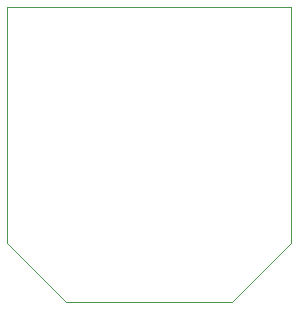
<source format=gbr>
%TF.GenerationSoftware,KiCad,Pcbnew,(5.1.8)-1*%
%TF.CreationDate,2021-11-11T12:40:01-05:00*%
%TF.ProjectId,Metal_flaw_sensor,4d657461-6c5f-4666-9c61-775f73656e73,rev?*%
%TF.SameCoordinates,Original*%
%TF.FileFunction,Profile,NP*%
%FSLAX46Y46*%
G04 Gerber Fmt 4.6, Leading zero omitted, Abs format (unit mm)*
G04 Created by KiCad (PCBNEW (5.1.8)-1) date 2021-11-11 12:40:01*
%MOMM*%
%LPD*%
G01*
G04 APERTURE LIST*
%TA.AperFunction,Profile*%
%ADD10C,0.050000*%
%TD*%
G04 APERTURE END LIST*
D10*
X120000000Y-120000000D02*
X120000000Y-100000000D01*
X125000000Y-125000000D02*
X120000000Y-120000000D01*
X139000000Y-125000000D02*
X125000000Y-125000000D01*
X144000000Y-120000000D02*
X139000000Y-125000000D01*
X144000000Y-100000000D02*
X144000000Y-120000000D01*
X120000000Y-100000000D02*
X144000000Y-100000000D01*
M02*

</source>
